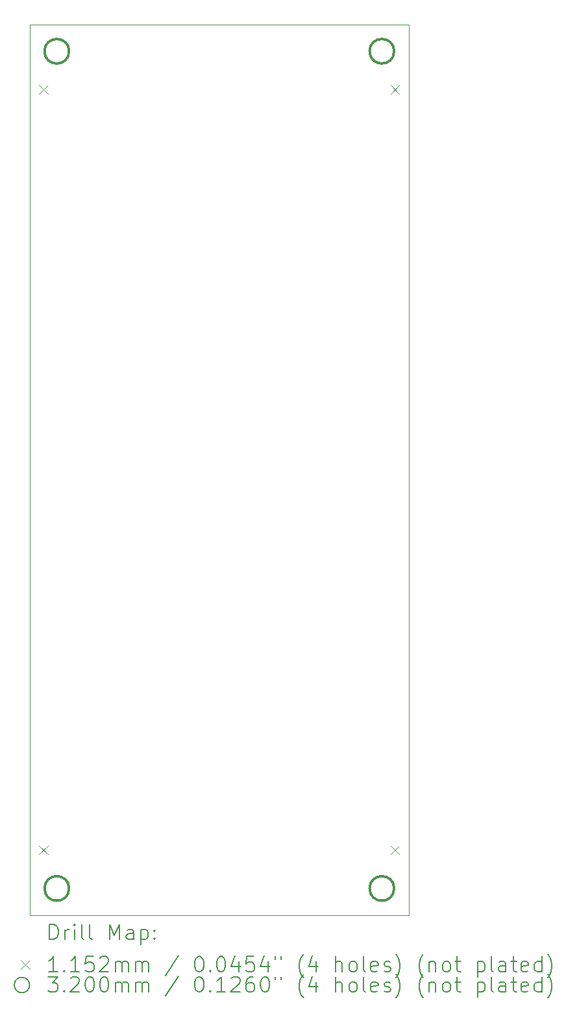
<source format=gbr>
%TF.GenerationSoftware,KiCad,Pcbnew,7.0.5*%
%TF.CreationDate,2023-09-06T13:43:12-04:00*%
%TF.ProjectId,INS-1 Matrix_DRC,494e532d-3120-44d6-9174-7269785f4452,rev?*%
%TF.SameCoordinates,Original*%
%TF.FileFunction,Drillmap*%
%TF.FilePolarity,Positive*%
%FSLAX45Y45*%
G04 Gerber Fmt 4.5, Leading zero omitted, Abs format (unit mm)*
G04 Created by KiCad (PCBNEW 7.0.5) date 2023-09-06 13:43:12*
%MOMM*%
%LPD*%
G01*
G04 APERTURE LIST*
%ADD10C,0.100000*%
%ADD11C,0.200000*%
%ADD12C,0.115200*%
%ADD13C,0.320000*%
G04 APERTURE END LIST*
D10*
X5080000Y-3810000D02*
X5080000Y-15430500D01*
X10020300Y-3810000D02*
X5080000Y-3810000D01*
X5080000Y-15430500D02*
X10020300Y-15430500D01*
X10020300Y-15430500D02*
X10020300Y-3810000D01*
D11*
D12*
X5200200Y-4603300D02*
X5315400Y-4718500D01*
X5315400Y-4603300D02*
X5200200Y-4718500D01*
X5200200Y-14522000D02*
X5315400Y-14637200D01*
X5315400Y-14522000D02*
X5200200Y-14637200D01*
X9784900Y-4603300D02*
X9900100Y-4718500D01*
X9900100Y-4603300D02*
X9784900Y-4718500D01*
X9784900Y-14522000D02*
X9900100Y-14637200D01*
X9900100Y-14522000D02*
X9784900Y-14637200D01*
D13*
X5590000Y-4160000D02*
G75*
G03*
X5590000Y-4160000I-160000J0D01*
G01*
X5590000Y-15080000D02*
G75*
G03*
X5590000Y-15080000I-160000J0D01*
G01*
X9830000Y-4160000D02*
G75*
G03*
X9830000Y-4160000I-160000J0D01*
G01*
X9830000Y-15080000D02*
G75*
G03*
X9830000Y-15080000I-160000J0D01*
G01*
D11*
X5335777Y-15746984D02*
X5335777Y-15546984D01*
X5335777Y-15546984D02*
X5383396Y-15546984D01*
X5383396Y-15546984D02*
X5411967Y-15556508D01*
X5411967Y-15556508D02*
X5431015Y-15575555D01*
X5431015Y-15575555D02*
X5440539Y-15594603D01*
X5440539Y-15594603D02*
X5450063Y-15632698D01*
X5450063Y-15632698D02*
X5450063Y-15661269D01*
X5450063Y-15661269D02*
X5440539Y-15699365D01*
X5440539Y-15699365D02*
X5431015Y-15718412D01*
X5431015Y-15718412D02*
X5411967Y-15737460D01*
X5411967Y-15737460D02*
X5383396Y-15746984D01*
X5383396Y-15746984D02*
X5335777Y-15746984D01*
X5535777Y-15746984D02*
X5535777Y-15613650D01*
X5535777Y-15651746D02*
X5545301Y-15632698D01*
X5545301Y-15632698D02*
X5554824Y-15623174D01*
X5554824Y-15623174D02*
X5573872Y-15613650D01*
X5573872Y-15613650D02*
X5592920Y-15613650D01*
X5659586Y-15746984D02*
X5659586Y-15613650D01*
X5659586Y-15546984D02*
X5650062Y-15556508D01*
X5650062Y-15556508D02*
X5659586Y-15566031D01*
X5659586Y-15566031D02*
X5669110Y-15556508D01*
X5669110Y-15556508D02*
X5659586Y-15546984D01*
X5659586Y-15546984D02*
X5659586Y-15566031D01*
X5783396Y-15746984D02*
X5764348Y-15737460D01*
X5764348Y-15737460D02*
X5754824Y-15718412D01*
X5754824Y-15718412D02*
X5754824Y-15546984D01*
X5888158Y-15746984D02*
X5869110Y-15737460D01*
X5869110Y-15737460D02*
X5859586Y-15718412D01*
X5859586Y-15718412D02*
X5859586Y-15546984D01*
X6116729Y-15746984D02*
X6116729Y-15546984D01*
X6116729Y-15546984D02*
X6183396Y-15689841D01*
X6183396Y-15689841D02*
X6250062Y-15546984D01*
X6250062Y-15546984D02*
X6250062Y-15746984D01*
X6431015Y-15746984D02*
X6431015Y-15642222D01*
X6431015Y-15642222D02*
X6421491Y-15623174D01*
X6421491Y-15623174D02*
X6402443Y-15613650D01*
X6402443Y-15613650D02*
X6364348Y-15613650D01*
X6364348Y-15613650D02*
X6345301Y-15623174D01*
X6431015Y-15737460D02*
X6411967Y-15746984D01*
X6411967Y-15746984D02*
X6364348Y-15746984D01*
X6364348Y-15746984D02*
X6345301Y-15737460D01*
X6345301Y-15737460D02*
X6335777Y-15718412D01*
X6335777Y-15718412D02*
X6335777Y-15699365D01*
X6335777Y-15699365D02*
X6345301Y-15680317D01*
X6345301Y-15680317D02*
X6364348Y-15670793D01*
X6364348Y-15670793D02*
X6411967Y-15670793D01*
X6411967Y-15670793D02*
X6431015Y-15661269D01*
X6526253Y-15613650D02*
X6526253Y-15813650D01*
X6526253Y-15623174D02*
X6545301Y-15613650D01*
X6545301Y-15613650D02*
X6583396Y-15613650D01*
X6583396Y-15613650D02*
X6602443Y-15623174D01*
X6602443Y-15623174D02*
X6611967Y-15632698D01*
X6611967Y-15632698D02*
X6621491Y-15651746D01*
X6621491Y-15651746D02*
X6621491Y-15708888D01*
X6621491Y-15708888D02*
X6611967Y-15727936D01*
X6611967Y-15727936D02*
X6602443Y-15737460D01*
X6602443Y-15737460D02*
X6583396Y-15746984D01*
X6583396Y-15746984D02*
X6545301Y-15746984D01*
X6545301Y-15746984D02*
X6526253Y-15737460D01*
X6707205Y-15727936D02*
X6716729Y-15737460D01*
X6716729Y-15737460D02*
X6707205Y-15746984D01*
X6707205Y-15746984D02*
X6697682Y-15737460D01*
X6697682Y-15737460D02*
X6707205Y-15727936D01*
X6707205Y-15727936D02*
X6707205Y-15746984D01*
X6707205Y-15623174D02*
X6716729Y-15632698D01*
X6716729Y-15632698D02*
X6707205Y-15642222D01*
X6707205Y-15642222D02*
X6697682Y-15632698D01*
X6697682Y-15632698D02*
X6707205Y-15623174D01*
X6707205Y-15623174D02*
X6707205Y-15642222D01*
D12*
X4959800Y-16017900D02*
X5075000Y-16133100D01*
X5075000Y-16017900D02*
X4959800Y-16133100D01*
D11*
X5440539Y-16166984D02*
X5326253Y-16166984D01*
X5383396Y-16166984D02*
X5383396Y-15966984D01*
X5383396Y-15966984D02*
X5364348Y-15995555D01*
X5364348Y-15995555D02*
X5345301Y-16014603D01*
X5345301Y-16014603D02*
X5326253Y-16024127D01*
X5526253Y-16147936D02*
X5535777Y-16157460D01*
X5535777Y-16157460D02*
X5526253Y-16166984D01*
X5526253Y-16166984D02*
X5516729Y-16157460D01*
X5516729Y-16157460D02*
X5526253Y-16147936D01*
X5526253Y-16147936D02*
X5526253Y-16166984D01*
X5726253Y-16166984D02*
X5611967Y-16166984D01*
X5669110Y-16166984D02*
X5669110Y-15966984D01*
X5669110Y-15966984D02*
X5650062Y-15995555D01*
X5650062Y-15995555D02*
X5631015Y-16014603D01*
X5631015Y-16014603D02*
X5611967Y-16024127D01*
X5907205Y-15966984D02*
X5811967Y-15966984D01*
X5811967Y-15966984D02*
X5802443Y-16062222D01*
X5802443Y-16062222D02*
X5811967Y-16052698D01*
X5811967Y-16052698D02*
X5831015Y-16043174D01*
X5831015Y-16043174D02*
X5878634Y-16043174D01*
X5878634Y-16043174D02*
X5897682Y-16052698D01*
X5897682Y-16052698D02*
X5907205Y-16062222D01*
X5907205Y-16062222D02*
X5916729Y-16081269D01*
X5916729Y-16081269D02*
X5916729Y-16128888D01*
X5916729Y-16128888D02*
X5907205Y-16147936D01*
X5907205Y-16147936D02*
X5897682Y-16157460D01*
X5897682Y-16157460D02*
X5878634Y-16166984D01*
X5878634Y-16166984D02*
X5831015Y-16166984D01*
X5831015Y-16166984D02*
X5811967Y-16157460D01*
X5811967Y-16157460D02*
X5802443Y-16147936D01*
X5992920Y-15986031D02*
X6002443Y-15976508D01*
X6002443Y-15976508D02*
X6021491Y-15966984D01*
X6021491Y-15966984D02*
X6069110Y-15966984D01*
X6069110Y-15966984D02*
X6088158Y-15976508D01*
X6088158Y-15976508D02*
X6097682Y-15986031D01*
X6097682Y-15986031D02*
X6107205Y-16005079D01*
X6107205Y-16005079D02*
X6107205Y-16024127D01*
X6107205Y-16024127D02*
X6097682Y-16052698D01*
X6097682Y-16052698D02*
X5983396Y-16166984D01*
X5983396Y-16166984D02*
X6107205Y-16166984D01*
X6192920Y-16166984D02*
X6192920Y-16033650D01*
X6192920Y-16052698D02*
X6202443Y-16043174D01*
X6202443Y-16043174D02*
X6221491Y-16033650D01*
X6221491Y-16033650D02*
X6250063Y-16033650D01*
X6250063Y-16033650D02*
X6269110Y-16043174D01*
X6269110Y-16043174D02*
X6278634Y-16062222D01*
X6278634Y-16062222D02*
X6278634Y-16166984D01*
X6278634Y-16062222D02*
X6288158Y-16043174D01*
X6288158Y-16043174D02*
X6307205Y-16033650D01*
X6307205Y-16033650D02*
X6335777Y-16033650D01*
X6335777Y-16033650D02*
X6354824Y-16043174D01*
X6354824Y-16043174D02*
X6364348Y-16062222D01*
X6364348Y-16062222D02*
X6364348Y-16166984D01*
X6459586Y-16166984D02*
X6459586Y-16033650D01*
X6459586Y-16052698D02*
X6469110Y-16043174D01*
X6469110Y-16043174D02*
X6488158Y-16033650D01*
X6488158Y-16033650D02*
X6516729Y-16033650D01*
X6516729Y-16033650D02*
X6535777Y-16043174D01*
X6535777Y-16043174D02*
X6545301Y-16062222D01*
X6545301Y-16062222D02*
X6545301Y-16166984D01*
X6545301Y-16062222D02*
X6554824Y-16043174D01*
X6554824Y-16043174D02*
X6573872Y-16033650D01*
X6573872Y-16033650D02*
X6602443Y-16033650D01*
X6602443Y-16033650D02*
X6621491Y-16043174D01*
X6621491Y-16043174D02*
X6631015Y-16062222D01*
X6631015Y-16062222D02*
X6631015Y-16166984D01*
X7021491Y-15957460D02*
X6850063Y-16214603D01*
X7278634Y-15966984D02*
X7297682Y-15966984D01*
X7297682Y-15966984D02*
X7316729Y-15976508D01*
X7316729Y-15976508D02*
X7326253Y-15986031D01*
X7326253Y-15986031D02*
X7335777Y-16005079D01*
X7335777Y-16005079D02*
X7345301Y-16043174D01*
X7345301Y-16043174D02*
X7345301Y-16090793D01*
X7345301Y-16090793D02*
X7335777Y-16128888D01*
X7335777Y-16128888D02*
X7326253Y-16147936D01*
X7326253Y-16147936D02*
X7316729Y-16157460D01*
X7316729Y-16157460D02*
X7297682Y-16166984D01*
X7297682Y-16166984D02*
X7278634Y-16166984D01*
X7278634Y-16166984D02*
X7259586Y-16157460D01*
X7259586Y-16157460D02*
X7250063Y-16147936D01*
X7250063Y-16147936D02*
X7240539Y-16128888D01*
X7240539Y-16128888D02*
X7231015Y-16090793D01*
X7231015Y-16090793D02*
X7231015Y-16043174D01*
X7231015Y-16043174D02*
X7240539Y-16005079D01*
X7240539Y-16005079D02*
X7250063Y-15986031D01*
X7250063Y-15986031D02*
X7259586Y-15976508D01*
X7259586Y-15976508D02*
X7278634Y-15966984D01*
X7431015Y-16147936D02*
X7440539Y-16157460D01*
X7440539Y-16157460D02*
X7431015Y-16166984D01*
X7431015Y-16166984D02*
X7421491Y-16157460D01*
X7421491Y-16157460D02*
X7431015Y-16147936D01*
X7431015Y-16147936D02*
X7431015Y-16166984D01*
X7564348Y-15966984D02*
X7583396Y-15966984D01*
X7583396Y-15966984D02*
X7602444Y-15976508D01*
X7602444Y-15976508D02*
X7611967Y-15986031D01*
X7611967Y-15986031D02*
X7621491Y-16005079D01*
X7621491Y-16005079D02*
X7631015Y-16043174D01*
X7631015Y-16043174D02*
X7631015Y-16090793D01*
X7631015Y-16090793D02*
X7621491Y-16128888D01*
X7621491Y-16128888D02*
X7611967Y-16147936D01*
X7611967Y-16147936D02*
X7602444Y-16157460D01*
X7602444Y-16157460D02*
X7583396Y-16166984D01*
X7583396Y-16166984D02*
X7564348Y-16166984D01*
X7564348Y-16166984D02*
X7545301Y-16157460D01*
X7545301Y-16157460D02*
X7535777Y-16147936D01*
X7535777Y-16147936D02*
X7526253Y-16128888D01*
X7526253Y-16128888D02*
X7516729Y-16090793D01*
X7516729Y-16090793D02*
X7516729Y-16043174D01*
X7516729Y-16043174D02*
X7526253Y-16005079D01*
X7526253Y-16005079D02*
X7535777Y-15986031D01*
X7535777Y-15986031D02*
X7545301Y-15976508D01*
X7545301Y-15976508D02*
X7564348Y-15966984D01*
X7802444Y-16033650D02*
X7802444Y-16166984D01*
X7754825Y-15957460D02*
X7707206Y-16100317D01*
X7707206Y-16100317D02*
X7831015Y-16100317D01*
X8002444Y-15966984D02*
X7907206Y-15966984D01*
X7907206Y-15966984D02*
X7897682Y-16062222D01*
X7897682Y-16062222D02*
X7907206Y-16052698D01*
X7907206Y-16052698D02*
X7926253Y-16043174D01*
X7926253Y-16043174D02*
X7973872Y-16043174D01*
X7973872Y-16043174D02*
X7992920Y-16052698D01*
X7992920Y-16052698D02*
X8002444Y-16062222D01*
X8002444Y-16062222D02*
X8011967Y-16081269D01*
X8011967Y-16081269D02*
X8011967Y-16128888D01*
X8011967Y-16128888D02*
X8002444Y-16147936D01*
X8002444Y-16147936D02*
X7992920Y-16157460D01*
X7992920Y-16157460D02*
X7973872Y-16166984D01*
X7973872Y-16166984D02*
X7926253Y-16166984D01*
X7926253Y-16166984D02*
X7907206Y-16157460D01*
X7907206Y-16157460D02*
X7897682Y-16147936D01*
X8183396Y-16033650D02*
X8183396Y-16166984D01*
X8135777Y-15957460D02*
X8088158Y-16100317D01*
X8088158Y-16100317D02*
X8211967Y-16100317D01*
X8278634Y-15966984D02*
X8278634Y-16005079D01*
X8354825Y-15966984D02*
X8354825Y-16005079D01*
X8650063Y-16243174D02*
X8640539Y-16233650D01*
X8640539Y-16233650D02*
X8621491Y-16205079D01*
X8621491Y-16205079D02*
X8611968Y-16186031D01*
X8611968Y-16186031D02*
X8602444Y-16157460D01*
X8602444Y-16157460D02*
X8592920Y-16109841D01*
X8592920Y-16109841D02*
X8592920Y-16071746D01*
X8592920Y-16071746D02*
X8602444Y-16024127D01*
X8602444Y-16024127D02*
X8611968Y-15995555D01*
X8611968Y-15995555D02*
X8621491Y-15976508D01*
X8621491Y-15976508D02*
X8640539Y-15947936D01*
X8640539Y-15947936D02*
X8650063Y-15938412D01*
X8811968Y-16033650D02*
X8811968Y-16166984D01*
X8764349Y-15957460D02*
X8716730Y-16100317D01*
X8716730Y-16100317D02*
X8840539Y-16100317D01*
X9069111Y-16166984D02*
X9069111Y-15966984D01*
X9154825Y-16166984D02*
X9154825Y-16062222D01*
X9154825Y-16062222D02*
X9145301Y-16043174D01*
X9145301Y-16043174D02*
X9126253Y-16033650D01*
X9126253Y-16033650D02*
X9097682Y-16033650D01*
X9097682Y-16033650D02*
X9078634Y-16043174D01*
X9078634Y-16043174D02*
X9069111Y-16052698D01*
X9278634Y-16166984D02*
X9259587Y-16157460D01*
X9259587Y-16157460D02*
X9250063Y-16147936D01*
X9250063Y-16147936D02*
X9240539Y-16128888D01*
X9240539Y-16128888D02*
X9240539Y-16071746D01*
X9240539Y-16071746D02*
X9250063Y-16052698D01*
X9250063Y-16052698D02*
X9259587Y-16043174D01*
X9259587Y-16043174D02*
X9278634Y-16033650D01*
X9278634Y-16033650D02*
X9307206Y-16033650D01*
X9307206Y-16033650D02*
X9326253Y-16043174D01*
X9326253Y-16043174D02*
X9335777Y-16052698D01*
X9335777Y-16052698D02*
X9345301Y-16071746D01*
X9345301Y-16071746D02*
X9345301Y-16128888D01*
X9345301Y-16128888D02*
X9335777Y-16147936D01*
X9335777Y-16147936D02*
X9326253Y-16157460D01*
X9326253Y-16157460D02*
X9307206Y-16166984D01*
X9307206Y-16166984D02*
X9278634Y-16166984D01*
X9459587Y-16166984D02*
X9440539Y-16157460D01*
X9440539Y-16157460D02*
X9431015Y-16138412D01*
X9431015Y-16138412D02*
X9431015Y-15966984D01*
X9611968Y-16157460D02*
X9592920Y-16166984D01*
X9592920Y-16166984D02*
X9554825Y-16166984D01*
X9554825Y-16166984D02*
X9535777Y-16157460D01*
X9535777Y-16157460D02*
X9526253Y-16138412D01*
X9526253Y-16138412D02*
X9526253Y-16062222D01*
X9526253Y-16062222D02*
X9535777Y-16043174D01*
X9535777Y-16043174D02*
X9554825Y-16033650D01*
X9554825Y-16033650D02*
X9592920Y-16033650D01*
X9592920Y-16033650D02*
X9611968Y-16043174D01*
X9611968Y-16043174D02*
X9621492Y-16062222D01*
X9621492Y-16062222D02*
X9621492Y-16081269D01*
X9621492Y-16081269D02*
X9526253Y-16100317D01*
X9697682Y-16157460D02*
X9716730Y-16166984D01*
X9716730Y-16166984D02*
X9754825Y-16166984D01*
X9754825Y-16166984D02*
X9773873Y-16157460D01*
X9773873Y-16157460D02*
X9783396Y-16138412D01*
X9783396Y-16138412D02*
X9783396Y-16128888D01*
X9783396Y-16128888D02*
X9773873Y-16109841D01*
X9773873Y-16109841D02*
X9754825Y-16100317D01*
X9754825Y-16100317D02*
X9726253Y-16100317D01*
X9726253Y-16100317D02*
X9707206Y-16090793D01*
X9707206Y-16090793D02*
X9697682Y-16071746D01*
X9697682Y-16071746D02*
X9697682Y-16062222D01*
X9697682Y-16062222D02*
X9707206Y-16043174D01*
X9707206Y-16043174D02*
X9726253Y-16033650D01*
X9726253Y-16033650D02*
X9754825Y-16033650D01*
X9754825Y-16033650D02*
X9773873Y-16043174D01*
X9850063Y-16243174D02*
X9859587Y-16233650D01*
X9859587Y-16233650D02*
X9878634Y-16205079D01*
X9878634Y-16205079D02*
X9888158Y-16186031D01*
X9888158Y-16186031D02*
X9897682Y-16157460D01*
X9897682Y-16157460D02*
X9907206Y-16109841D01*
X9907206Y-16109841D02*
X9907206Y-16071746D01*
X9907206Y-16071746D02*
X9897682Y-16024127D01*
X9897682Y-16024127D02*
X9888158Y-15995555D01*
X9888158Y-15995555D02*
X9878634Y-15976508D01*
X9878634Y-15976508D02*
X9859587Y-15947936D01*
X9859587Y-15947936D02*
X9850063Y-15938412D01*
X10211968Y-16243174D02*
X10202444Y-16233650D01*
X10202444Y-16233650D02*
X10183396Y-16205079D01*
X10183396Y-16205079D02*
X10173873Y-16186031D01*
X10173873Y-16186031D02*
X10164349Y-16157460D01*
X10164349Y-16157460D02*
X10154825Y-16109841D01*
X10154825Y-16109841D02*
X10154825Y-16071746D01*
X10154825Y-16071746D02*
X10164349Y-16024127D01*
X10164349Y-16024127D02*
X10173873Y-15995555D01*
X10173873Y-15995555D02*
X10183396Y-15976508D01*
X10183396Y-15976508D02*
X10202444Y-15947936D01*
X10202444Y-15947936D02*
X10211968Y-15938412D01*
X10288158Y-16033650D02*
X10288158Y-16166984D01*
X10288158Y-16052698D02*
X10297682Y-16043174D01*
X10297682Y-16043174D02*
X10316730Y-16033650D01*
X10316730Y-16033650D02*
X10345301Y-16033650D01*
X10345301Y-16033650D02*
X10364349Y-16043174D01*
X10364349Y-16043174D02*
X10373873Y-16062222D01*
X10373873Y-16062222D02*
X10373873Y-16166984D01*
X10497682Y-16166984D02*
X10478634Y-16157460D01*
X10478634Y-16157460D02*
X10469111Y-16147936D01*
X10469111Y-16147936D02*
X10459587Y-16128888D01*
X10459587Y-16128888D02*
X10459587Y-16071746D01*
X10459587Y-16071746D02*
X10469111Y-16052698D01*
X10469111Y-16052698D02*
X10478634Y-16043174D01*
X10478634Y-16043174D02*
X10497682Y-16033650D01*
X10497682Y-16033650D02*
X10526254Y-16033650D01*
X10526254Y-16033650D02*
X10545301Y-16043174D01*
X10545301Y-16043174D02*
X10554825Y-16052698D01*
X10554825Y-16052698D02*
X10564349Y-16071746D01*
X10564349Y-16071746D02*
X10564349Y-16128888D01*
X10564349Y-16128888D02*
X10554825Y-16147936D01*
X10554825Y-16147936D02*
X10545301Y-16157460D01*
X10545301Y-16157460D02*
X10526254Y-16166984D01*
X10526254Y-16166984D02*
X10497682Y-16166984D01*
X10621492Y-16033650D02*
X10697682Y-16033650D01*
X10650063Y-15966984D02*
X10650063Y-16138412D01*
X10650063Y-16138412D02*
X10659587Y-16157460D01*
X10659587Y-16157460D02*
X10678634Y-16166984D01*
X10678634Y-16166984D02*
X10697682Y-16166984D01*
X10916730Y-16033650D02*
X10916730Y-16233650D01*
X10916730Y-16043174D02*
X10935777Y-16033650D01*
X10935777Y-16033650D02*
X10973873Y-16033650D01*
X10973873Y-16033650D02*
X10992920Y-16043174D01*
X10992920Y-16043174D02*
X11002444Y-16052698D01*
X11002444Y-16052698D02*
X11011968Y-16071746D01*
X11011968Y-16071746D02*
X11011968Y-16128888D01*
X11011968Y-16128888D02*
X11002444Y-16147936D01*
X11002444Y-16147936D02*
X10992920Y-16157460D01*
X10992920Y-16157460D02*
X10973873Y-16166984D01*
X10973873Y-16166984D02*
X10935777Y-16166984D01*
X10935777Y-16166984D02*
X10916730Y-16157460D01*
X11126254Y-16166984D02*
X11107206Y-16157460D01*
X11107206Y-16157460D02*
X11097682Y-16138412D01*
X11097682Y-16138412D02*
X11097682Y-15966984D01*
X11288158Y-16166984D02*
X11288158Y-16062222D01*
X11288158Y-16062222D02*
X11278634Y-16043174D01*
X11278634Y-16043174D02*
X11259587Y-16033650D01*
X11259587Y-16033650D02*
X11221492Y-16033650D01*
X11221492Y-16033650D02*
X11202444Y-16043174D01*
X11288158Y-16157460D02*
X11269111Y-16166984D01*
X11269111Y-16166984D02*
X11221492Y-16166984D01*
X11221492Y-16166984D02*
X11202444Y-16157460D01*
X11202444Y-16157460D02*
X11192920Y-16138412D01*
X11192920Y-16138412D02*
X11192920Y-16119365D01*
X11192920Y-16119365D02*
X11202444Y-16100317D01*
X11202444Y-16100317D02*
X11221492Y-16090793D01*
X11221492Y-16090793D02*
X11269111Y-16090793D01*
X11269111Y-16090793D02*
X11288158Y-16081269D01*
X11354825Y-16033650D02*
X11431015Y-16033650D01*
X11383396Y-15966984D02*
X11383396Y-16138412D01*
X11383396Y-16138412D02*
X11392920Y-16157460D01*
X11392920Y-16157460D02*
X11411968Y-16166984D01*
X11411968Y-16166984D02*
X11431015Y-16166984D01*
X11573873Y-16157460D02*
X11554825Y-16166984D01*
X11554825Y-16166984D02*
X11516730Y-16166984D01*
X11516730Y-16166984D02*
X11497682Y-16157460D01*
X11497682Y-16157460D02*
X11488158Y-16138412D01*
X11488158Y-16138412D02*
X11488158Y-16062222D01*
X11488158Y-16062222D02*
X11497682Y-16043174D01*
X11497682Y-16043174D02*
X11516730Y-16033650D01*
X11516730Y-16033650D02*
X11554825Y-16033650D01*
X11554825Y-16033650D02*
X11573873Y-16043174D01*
X11573873Y-16043174D02*
X11583396Y-16062222D01*
X11583396Y-16062222D02*
X11583396Y-16081269D01*
X11583396Y-16081269D02*
X11488158Y-16100317D01*
X11754825Y-16166984D02*
X11754825Y-15966984D01*
X11754825Y-16157460D02*
X11735777Y-16166984D01*
X11735777Y-16166984D02*
X11697682Y-16166984D01*
X11697682Y-16166984D02*
X11678634Y-16157460D01*
X11678634Y-16157460D02*
X11669111Y-16147936D01*
X11669111Y-16147936D02*
X11659587Y-16128888D01*
X11659587Y-16128888D02*
X11659587Y-16071746D01*
X11659587Y-16071746D02*
X11669111Y-16052698D01*
X11669111Y-16052698D02*
X11678634Y-16043174D01*
X11678634Y-16043174D02*
X11697682Y-16033650D01*
X11697682Y-16033650D02*
X11735777Y-16033650D01*
X11735777Y-16033650D02*
X11754825Y-16043174D01*
X11831015Y-16243174D02*
X11840539Y-16233650D01*
X11840539Y-16233650D02*
X11859587Y-16205079D01*
X11859587Y-16205079D02*
X11869111Y-16186031D01*
X11869111Y-16186031D02*
X11878634Y-16157460D01*
X11878634Y-16157460D02*
X11888158Y-16109841D01*
X11888158Y-16109841D02*
X11888158Y-16071746D01*
X11888158Y-16071746D02*
X11878634Y-16024127D01*
X11878634Y-16024127D02*
X11869111Y-15995555D01*
X11869111Y-15995555D02*
X11859587Y-15976508D01*
X11859587Y-15976508D02*
X11840539Y-15947936D01*
X11840539Y-15947936D02*
X11831015Y-15938412D01*
X5075000Y-16339500D02*
G75*
G03*
X5075000Y-16339500I-100000J0D01*
G01*
X5316729Y-16230984D02*
X5440539Y-16230984D01*
X5440539Y-16230984D02*
X5373872Y-16307174D01*
X5373872Y-16307174D02*
X5402444Y-16307174D01*
X5402444Y-16307174D02*
X5421491Y-16316698D01*
X5421491Y-16316698D02*
X5431015Y-16326222D01*
X5431015Y-16326222D02*
X5440539Y-16345269D01*
X5440539Y-16345269D02*
X5440539Y-16392888D01*
X5440539Y-16392888D02*
X5431015Y-16411936D01*
X5431015Y-16411936D02*
X5421491Y-16421460D01*
X5421491Y-16421460D02*
X5402444Y-16430984D01*
X5402444Y-16430984D02*
X5345301Y-16430984D01*
X5345301Y-16430984D02*
X5326253Y-16421460D01*
X5326253Y-16421460D02*
X5316729Y-16411936D01*
X5526253Y-16411936D02*
X5535777Y-16421460D01*
X5535777Y-16421460D02*
X5526253Y-16430984D01*
X5526253Y-16430984D02*
X5516729Y-16421460D01*
X5516729Y-16421460D02*
X5526253Y-16411936D01*
X5526253Y-16411936D02*
X5526253Y-16430984D01*
X5611967Y-16250031D02*
X5621491Y-16240508D01*
X5621491Y-16240508D02*
X5640539Y-16230984D01*
X5640539Y-16230984D02*
X5688158Y-16230984D01*
X5688158Y-16230984D02*
X5707205Y-16240508D01*
X5707205Y-16240508D02*
X5716729Y-16250031D01*
X5716729Y-16250031D02*
X5726253Y-16269079D01*
X5726253Y-16269079D02*
X5726253Y-16288127D01*
X5726253Y-16288127D02*
X5716729Y-16316698D01*
X5716729Y-16316698D02*
X5602443Y-16430984D01*
X5602443Y-16430984D02*
X5726253Y-16430984D01*
X5850062Y-16230984D02*
X5869110Y-16230984D01*
X5869110Y-16230984D02*
X5888158Y-16240508D01*
X5888158Y-16240508D02*
X5897682Y-16250031D01*
X5897682Y-16250031D02*
X5907205Y-16269079D01*
X5907205Y-16269079D02*
X5916729Y-16307174D01*
X5916729Y-16307174D02*
X5916729Y-16354793D01*
X5916729Y-16354793D02*
X5907205Y-16392888D01*
X5907205Y-16392888D02*
X5897682Y-16411936D01*
X5897682Y-16411936D02*
X5888158Y-16421460D01*
X5888158Y-16421460D02*
X5869110Y-16430984D01*
X5869110Y-16430984D02*
X5850062Y-16430984D01*
X5850062Y-16430984D02*
X5831015Y-16421460D01*
X5831015Y-16421460D02*
X5821491Y-16411936D01*
X5821491Y-16411936D02*
X5811967Y-16392888D01*
X5811967Y-16392888D02*
X5802443Y-16354793D01*
X5802443Y-16354793D02*
X5802443Y-16307174D01*
X5802443Y-16307174D02*
X5811967Y-16269079D01*
X5811967Y-16269079D02*
X5821491Y-16250031D01*
X5821491Y-16250031D02*
X5831015Y-16240508D01*
X5831015Y-16240508D02*
X5850062Y-16230984D01*
X6040539Y-16230984D02*
X6059586Y-16230984D01*
X6059586Y-16230984D02*
X6078634Y-16240508D01*
X6078634Y-16240508D02*
X6088158Y-16250031D01*
X6088158Y-16250031D02*
X6097682Y-16269079D01*
X6097682Y-16269079D02*
X6107205Y-16307174D01*
X6107205Y-16307174D02*
X6107205Y-16354793D01*
X6107205Y-16354793D02*
X6097682Y-16392888D01*
X6097682Y-16392888D02*
X6088158Y-16411936D01*
X6088158Y-16411936D02*
X6078634Y-16421460D01*
X6078634Y-16421460D02*
X6059586Y-16430984D01*
X6059586Y-16430984D02*
X6040539Y-16430984D01*
X6040539Y-16430984D02*
X6021491Y-16421460D01*
X6021491Y-16421460D02*
X6011967Y-16411936D01*
X6011967Y-16411936D02*
X6002443Y-16392888D01*
X6002443Y-16392888D02*
X5992920Y-16354793D01*
X5992920Y-16354793D02*
X5992920Y-16307174D01*
X5992920Y-16307174D02*
X6002443Y-16269079D01*
X6002443Y-16269079D02*
X6011967Y-16250031D01*
X6011967Y-16250031D02*
X6021491Y-16240508D01*
X6021491Y-16240508D02*
X6040539Y-16230984D01*
X6192920Y-16430984D02*
X6192920Y-16297650D01*
X6192920Y-16316698D02*
X6202443Y-16307174D01*
X6202443Y-16307174D02*
X6221491Y-16297650D01*
X6221491Y-16297650D02*
X6250063Y-16297650D01*
X6250063Y-16297650D02*
X6269110Y-16307174D01*
X6269110Y-16307174D02*
X6278634Y-16326222D01*
X6278634Y-16326222D02*
X6278634Y-16430984D01*
X6278634Y-16326222D02*
X6288158Y-16307174D01*
X6288158Y-16307174D02*
X6307205Y-16297650D01*
X6307205Y-16297650D02*
X6335777Y-16297650D01*
X6335777Y-16297650D02*
X6354824Y-16307174D01*
X6354824Y-16307174D02*
X6364348Y-16326222D01*
X6364348Y-16326222D02*
X6364348Y-16430984D01*
X6459586Y-16430984D02*
X6459586Y-16297650D01*
X6459586Y-16316698D02*
X6469110Y-16307174D01*
X6469110Y-16307174D02*
X6488158Y-16297650D01*
X6488158Y-16297650D02*
X6516729Y-16297650D01*
X6516729Y-16297650D02*
X6535777Y-16307174D01*
X6535777Y-16307174D02*
X6545301Y-16326222D01*
X6545301Y-16326222D02*
X6545301Y-16430984D01*
X6545301Y-16326222D02*
X6554824Y-16307174D01*
X6554824Y-16307174D02*
X6573872Y-16297650D01*
X6573872Y-16297650D02*
X6602443Y-16297650D01*
X6602443Y-16297650D02*
X6621491Y-16307174D01*
X6621491Y-16307174D02*
X6631015Y-16326222D01*
X6631015Y-16326222D02*
X6631015Y-16430984D01*
X7021491Y-16221460D02*
X6850063Y-16478603D01*
X7278634Y-16230984D02*
X7297682Y-16230984D01*
X7297682Y-16230984D02*
X7316729Y-16240508D01*
X7316729Y-16240508D02*
X7326253Y-16250031D01*
X7326253Y-16250031D02*
X7335777Y-16269079D01*
X7335777Y-16269079D02*
X7345301Y-16307174D01*
X7345301Y-16307174D02*
X7345301Y-16354793D01*
X7345301Y-16354793D02*
X7335777Y-16392888D01*
X7335777Y-16392888D02*
X7326253Y-16411936D01*
X7326253Y-16411936D02*
X7316729Y-16421460D01*
X7316729Y-16421460D02*
X7297682Y-16430984D01*
X7297682Y-16430984D02*
X7278634Y-16430984D01*
X7278634Y-16430984D02*
X7259586Y-16421460D01*
X7259586Y-16421460D02*
X7250063Y-16411936D01*
X7250063Y-16411936D02*
X7240539Y-16392888D01*
X7240539Y-16392888D02*
X7231015Y-16354793D01*
X7231015Y-16354793D02*
X7231015Y-16307174D01*
X7231015Y-16307174D02*
X7240539Y-16269079D01*
X7240539Y-16269079D02*
X7250063Y-16250031D01*
X7250063Y-16250031D02*
X7259586Y-16240508D01*
X7259586Y-16240508D02*
X7278634Y-16230984D01*
X7431015Y-16411936D02*
X7440539Y-16421460D01*
X7440539Y-16421460D02*
X7431015Y-16430984D01*
X7431015Y-16430984D02*
X7421491Y-16421460D01*
X7421491Y-16421460D02*
X7431015Y-16411936D01*
X7431015Y-16411936D02*
X7431015Y-16430984D01*
X7631015Y-16430984D02*
X7516729Y-16430984D01*
X7573872Y-16430984D02*
X7573872Y-16230984D01*
X7573872Y-16230984D02*
X7554825Y-16259555D01*
X7554825Y-16259555D02*
X7535777Y-16278603D01*
X7535777Y-16278603D02*
X7516729Y-16288127D01*
X7707206Y-16250031D02*
X7716729Y-16240508D01*
X7716729Y-16240508D02*
X7735777Y-16230984D01*
X7735777Y-16230984D02*
X7783396Y-16230984D01*
X7783396Y-16230984D02*
X7802444Y-16240508D01*
X7802444Y-16240508D02*
X7811967Y-16250031D01*
X7811967Y-16250031D02*
X7821491Y-16269079D01*
X7821491Y-16269079D02*
X7821491Y-16288127D01*
X7821491Y-16288127D02*
X7811967Y-16316698D01*
X7811967Y-16316698D02*
X7697682Y-16430984D01*
X7697682Y-16430984D02*
X7821491Y-16430984D01*
X7992920Y-16230984D02*
X7954825Y-16230984D01*
X7954825Y-16230984D02*
X7935777Y-16240508D01*
X7935777Y-16240508D02*
X7926253Y-16250031D01*
X7926253Y-16250031D02*
X7907206Y-16278603D01*
X7907206Y-16278603D02*
X7897682Y-16316698D01*
X7897682Y-16316698D02*
X7897682Y-16392888D01*
X7897682Y-16392888D02*
X7907206Y-16411936D01*
X7907206Y-16411936D02*
X7916729Y-16421460D01*
X7916729Y-16421460D02*
X7935777Y-16430984D01*
X7935777Y-16430984D02*
X7973872Y-16430984D01*
X7973872Y-16430984D02*
X7992920Y-16421460D01*
X7992920Y-16421460D02*
X8002444Y-16411936D01*
X8002444Y-16411936D02*
X8011967Y-16392888D01*
X8011967Y-16392888D02*
X8011967Y-16345269D01*
X8011967Y-16345269D02*
X8002444Y-16326222D01*
X8002444Y-16326222D02*
X7992920Y-16316698D01*
X7992920Y-16316698D02*
X7973872Y-16307174D01*
X7973872Y-16307174D02*
X7935777Y-16307174D01*
X7935777Y-16307174D02*
X7916729Y-16316698D01*
X7916729Y-16316698D02*
X7907206Y-16326222D01*
X7907206Y-16326222D02*
X7897682Y-16345269D01*
X8135777Y-16230984D02*
X8154825Y-16230984D01*
X8154825Y-16230984D02*
X8173872Y-16240508D01*
X8173872Y-16240508D02*
X8183396Y-16250031D01*
X8183396Y-16250031D02*
X8192920Y-16269079D01*
X8192920Y-16269079D02*
X8202444Y-16307174D01*
X8202444Y-16307174D02*
X8202444Y-16354793D01*
X8202444Y-16354793D02*
X8192920Y-16392888D01*
X8192920Y-16392888D02*
X8183396Y-16411936D01*
X8183396Y-16411936D02*
X8173872Y-16421460D01*
X8173872Y-16421460D02*
X8154825Y-16430984D01*
X8154825Y-16430984D02*
X8135777Y-16430984D01*
X8135777Y-16430984D02*
X8116729Y-16421460D01*
X8116729Y-16421460D02*
X8107206Y-16411936D01*
X8107206Y-16411936D02*
X8097682Y-16392888D01*
X8097682Y-16392888D02*
X8088158Y-16354793D01*
X8088158Y-16354793D02*
X8088158Y-16307174D01*
X8088158Y-16307174D02*
X8097682Y-16269079D01*
X8097682Y-16269079D02*
X8107206Y-16250031D01*
X8107206Y-16250031D02*
X8116729Y-16240508D01*
X8116729Y-16240508D02*
X8135777Y-16230984D01*
X8278634Y-16230984D02*
X8278634Y-16269079D01*
X8354825Y-16230984D02*
X8354825Y-16269079D01*
X8650063Y-16507174D02*
X8640539Y-16497650D01*
X8640539Y-16497650D02*
X8621491Y-16469079D01*
X8621491Y-16469079D02*
X8611968Y-16450031D01*
X8611968Y-16450031D02*
X8602444Y-16421460D01*
X8602444Y-16421460D02*
X8592920Y-16373841D01*
X8592920Y-16373841D02*
X8592920Y-16335746D01*
X8592920Y-16335746D02*
X8602444Y-16288127D01*
X8602444Y-16288127D02*
X8611968Y-16259555D01*
X8611968Y-16259555D02*
X8621491Y-16240508D01*
X8621491Y-16240508D02*
X8640539Y-16211936D01*
X8640539Y-16211936D02*
X8650063Y-16202412D01*
X8811968Y-16297650D02*
X8811968Y-16430984D01*
X8764349Y-16221460D02*
X8716730Y-16364317D01*
X8716730Y-16364317D02*
X8840539Y-16364317D01*
X9069111Y-16430984D02*
X9069111Y-16230984D01*
X9154825Y-16430984D02*
X9154825Y-16326222D01*
X9154825Y-16326222D02*
X9145301Y-16307174D01*
X9145301Y-16307174D02*
X9126253Y-16297650D01*
X9126253Y-16297650D02*
X9097682Y-16297650D01*
X9097682Y-16297650D02*
X9078634Y-16307174D01*
X9078634Y-16307174D02*
X9069111Y-16316698D01*
X9278634Y-16430984D02*
X9259587Y-16421460D01*
X9259587Y-16421460D02*
X9250063Y-16411936D01*
X9250063Y-16411936D02*
X9240539Y-16392888D01*
X9240539Y-16392888D02*
X9240539Y-16335746D01*
X9240539Y-16335746D02*
X9250063Y-16316698D01*
X9250063Y-16316698D02*
X9259587Y-16307174D01*
X9259587Y-16307174D02*
X9278634Y-16297650D01*
X9278634Y-16297650D02*
X9307206Y-16297650D01*
X9307206Y-16297650D02*
X9326253Y-16307174D01*
X9326253Y-16307174D02*
X9335777Y-16316698D01*
X9335777Y-16316698D02*
X9345301Y-16335746D01*
X9345301Y-16335746D02*
X9345301Y-16392888D01*
X9345301Y-16392888D02*
X9335777Y-16411936D01*
X9335777Y-16411936D02*
X9326253Y-16421460D01*
X9326253Y-16421460D02*
X9307206Y-16430984D01*
X9307206Y-16430984D02*
X9278634Y-16430984D01*
X9459587Y-16430984D02*
X9440539Y-16421460D01*
X9440539Y-16421460D02*
X9431015Y-16402412D01*
X9431015Y-16402412D02*
X9431015Y-16230984D01*
X9611968Y-16421460D02*
X9592920Y-16430984D01*
X9592920Y-16430984D02*
X9554825Y-16430984D01*
X9554825Y-16430984D02*
X9535777Y-16421460D01*
X9535777Y-16421460D02*
X9526253Y-16402412D01*
X9526253Y-16402412D02*
X9526253Y-16326222D01*
X9526253Y-16326222D02*
X9535777Y-16307174D01*
X9535777Y-16307174D02*
X9554825Y-16297650D01*
X9554825Y-16297650D02*
X9592920Y-16297650D01*
X9592920Y-16297650D02*
X9611968Y-16307174D01*
X9611968Y-16307174D02*
X9621492Y-16326222D01*
X9621492Y-16326222D02*
X9621492Y-16345269D01*
X9621492Y-16345269D02*
X9526253Y-16364317D01*
X9697682Y-16421460D02*
X9716730Y-16430984D01*
X9716730Y-16430984D02*
X9754825Y-16430984D01*
X9754825Y-16430984D02*
X9773873Y-16421460D01*
X9773873Y-16421460D02*
X9783396Y-16402412D01*
X9783396Y-16402412D02*
X9783396Y-16392888D01*
X9783396Y-16392888D02*
X9773873Y-16373841D01*
X9773873Y-16373841D02*
X9754825Y-16364317D01*
X9754825Y-16364317D02*
X9726253Y-16364317D01*
X9726253Y-16364317D02*
X9707206Y-16354793D01*
X9707206Y-16354793D02*
X9697682Y-16335746D01*
X9697682Y-16335746D02*
X9697682Y-16326222D01*
X9697682Y-16326222D02*
X9707206Y-16307174D01*
X9707206Y-16307174D02*
X9726253Y-16297650D01*
X9726253Y-16297650D02*
X9754825Y-16297650D01*
X9754825Y-16297650D02*
X9773873Y-16307174D01*
X9850063Y-16507174D02*
X9859587Y-16497650D01*
X9859587Y-16497650D02*
X9878634Y-16469079D01*
X9878634Y-16469079D02*
X9888158Y-16450031D01*
X9888158Y-16450031D02*
X9897682Y-16421460D01*
X9897682Y-16421460D02*
X9907206Y-16373841D01*
X9907206Y-16373841D02*
X9907206Y-16335746D01*
X9907206Y-16335746D02*
X9897682Y-16288127D01*
X9897682Y-16288127D02*
X9888158Y-16259555D01*
X9888158Y-16259555D02*
X9878634Y-16240508D01*
X9878634Y-16240508D02*
X9859587Y-16211936D01*
X9859587Y-16211936D02*
X9850063Y-16202412D01*
X10211968Y-16507174D02*
X10202444Y-16497650D01*
X10202444Y-16497650D02*
X10183396Y-16469079D01*
X10183396Y-16469079D02*
X10173873Y-16450031D01*
X10173873Y-16450031D02*
X10164349Y-16421460D01*
X10164349Y-16421460D02*
X10154825Y-16373841D01*
X10154825Y-16373841D02*
X10154825Y-16335746D01*
X10154825Y-16335746D02*
X10164349Y-16288127D01*
X10164349Y-16288127D02*
X10173873Y-16259555D01*
X10173873Y-16259555D02*
X10183396Y-16240508D01*
X10183396Y-16240508D02*
X10202444Y-16211936D01*
X10202444Y-16211936D02*
X10211968Y-16202412D01*
X10288158Y-16297650D02*
X10288158Y-16430984D01*
X10288158Y-16316698D02*
X10297682Y-16307174D01*
X10297682Y-16307174D02*
X10316730Y-16297650D01*
X10316730Y-16297650D02*
X10345301Y-16297650D01*
X10345301Y-16297650D02*
X10364349Y-16307174D01*
X10364349Y-16307174D02*
X10373873Y-16326222D01*
X10373873Y-16326222D02*
X10373873Y-16430984D01*
X10497682Y-16430984D02*
X10478634Y-16421460D01*
X10478634Y-16421460D02*
X10469111Y-16411936D01*
X10469111Y-16411936D02*
X10459587Y-16392888D01*
X10459587Y-16392888D02*
X10459587Y-16335746D01*
X10459587Y-16335746D02*
X10469111Y-16316698D01*
X10469111Y-16316698D02*
X10478634Y-16307174D01*
X10478634Y-16307174D02*
X10497682Y-16297650D01*
X10497682Y-16297650D02*
X10526254Y-16297650D01*
X10526254Y-16297650D02*
X10545301Y-16307174D01*
X10545301Y-16307174D02*
X10554825Y-16316698D01*
X10554825Y-16316698D02*
X10564349Y-16335746D01*
X10564349Y-16335746D02*
X10564349Y-16392888D01*
X10564349Y-16392888D02*
X10554825Y-16411936D01*
X10554825Y-16411936D02*
X10545301Y-16421460D01*
X10545301Y-16421460D02*
X10526254Y-16430984D01*
X10526254Y-16430984D02*
X10497682Y-16430984D01*
X10621492Y-16297650D02*
X10697682Y-16297650D01*
X10650063Y-16230984D02*
X10650063Y-16402412D01*
X10650063Y-16402412D02*
X10659587Y-16421460D01*
X10659587Y-16421460D02*
X10678634Y-16430984D01*
X10678634Y-16430984D02*
X10697682Y-16430984D01*
X10916730Y-16297650D02*
X10916730Y-16497650D01*
X10916730Y-16307174D02*
X10935777Y-16297650D01*
X10935777Y-16297650D02*
X10973873Y-16297650D01*
X10973873Y-16297650D02*
X10992920Y-16307174D01*
X10992920Y-16307174D02*
X11002444Y-16316698D01*
X11002444Y-16316698D02*
X11011968Y-16335746D01*
X11011968Y-16335746D02*
X11011968Y-16392888D01*
X11011968Y-16392888D02*
X11002444Y-16411936D01*
X11002444Y-16411936D02*
X10992920Y-16421460D01*
X10992920Y-16421460D02*
X10973873Y-16430984D01*
X10973873Y-16430984D02*
X10935777Y-16430984D01*
X10935777Y-16430984D02*
X10916730Y-16421460D01*
X11126254Y-16430984D02*
X11107206Y-16421460D01*
X11107206Y-16421460D02*
X11097682Y-16402412D01*
X11097682Y-16402412D02*
X11097682Y-16230984D01*
X11288158Y-16430984D02*
X11288158Y-16326222D01*
X11288158Y-16326222D02*
X11278634Y-16307174D01*
X11278634Y-16307174D02*
X11259587Y-16297650D01*
X11259587Y-16297650D02*
X11221492Y-16297650D01*
X11221492Y-16297650D02*
X11202444Y-16307174D01*
X11288158Y-16421460D02*
X11269111Y-16430984D01*
X11269111Y-16430984D02*
X11221492Y-16430984D01*
X11221492Y-16430984D02*
X11202444Y-16421460D01*
X11202444Y-16421460D02*
X11192920Y-16402412D01*
X11192920Y-16402412D02*
X11192920Y-16383365D01*
X11192920Y-16383365D02*
X11202444Y-16364317D01*
X11202444Y-16364317D02*
X11221492Y-16354793D01*
X11221492Y-16354793D02*
X11269111Y-16354793D01*
X11269111Y-16354793D02*
X11288158Y-16345269D01*
X11354825Y-16297650D02*
X11431015Y-16297650D01*
X11383396Y-16230984D02*
X11383396Y-16402412D01*
X11383396Y-16402412D02*
X11392920Y-16421460D01*
X11392920Y-16421460D02*
X11411968Y-16430984D01*
X11411968Y-16430984D02*
X11431015Y-16430984D01*
X11573873Y-16421460D02*
X11554825Y-16430984D01*
X11554825Y-16430984D02*
X11516730Y-16430984D01*
X11516730Y-16430984D02*
X11497682Y-16421460D01*
X11497682Y-16421460D02*
X11488158Y-16402412D01*
X11488158Y-16402412D02*
X11488158Y-16326222D01*
X11488158Y-16326222D02*
X11497682Y-16307174D01*
X11497682Y-16307174D02*
X11516730Y-16297650D01*
X11516730Y-16297650D02*
X11554825Y-16297650D01*
X11554825Y-16297650D02*
X11573873Y-16307174D01*
X11573873Y-16307174D02*
X11583396Y-16326222D01*
X11583396Y-16326222D02*
X11583396Y-16345269D01*
X11583396Y-16345269D02*
X11488158Y-16364317D01*
X11754825Y-16430984D02*
X11754825Y-16230984D01*
X11754825Y-16421460D02*
X11735777Y-16430984D01*
X11735777Y-16430984D02*
X11697682Y-16430984D01*
X11697682Y-16430984D02*
X11678634Y-16421460D01*
X11678634Y-16421460D02*
X11669111Y-16411936D01*
X11669111Y-16411936D02*
X11659587Y-16392888D01*
X11659587Y-16392888D02*
X11659587Y-16335746D01*
X11659587Y-16335746D02*
X11669111Y-16316698D01*
X11669111Y-16316698D02*
X11678634Y-16307174D01*
X11678634Y-16307174D02*
X11697682Y-16297650D01*
X11697682Y-16297650D02*
X11735777Y-16297650D01*
X11735777Y-16297650D02*
X11754825Y-16307174D01*
X11831015Y-16507174D02*
X11840539Y-16497650D01*
X11840539Y-16497650D02*
X11859587Y-16469079D01*
X11859587Y-16469079D02*
X11869111Y-16450031D01*
X11869111Y-16450031D02*
X11878634Y-16421460D01*
X11878634Y-16421460D02*
X11888158Y-16373841D01*
X11888158Y-16373841D02*
X11888158Y-16335746D01*
X11888158Y-16335746D02*
X11878634Y-16288127D01*
X11878634Y-16288127D02*
X11869111Y-16259555D01*
X11869111Y-16259555D02*
X11859587Y-16240508D01*
X11859587Y-16240508D02*
X11840539Y-16211936D01*
X11840539Y-16211936D02*
X11831015Y-16202412D01*
M02*

</source>
